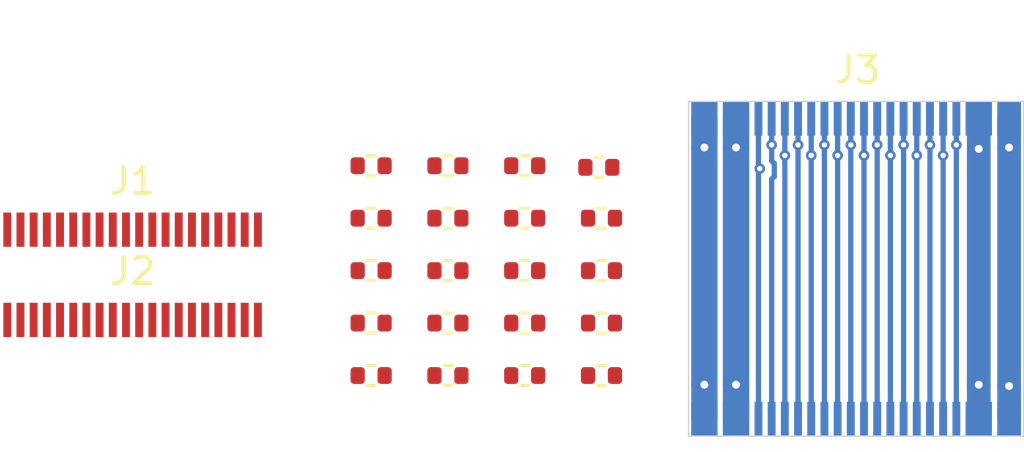
<source format=kicad_pcb>
(kicad_pcb (version 20241229) (generator "pcbnew") (generator_version "9.0")
  (layers (0 "F.Cu" signal) (4 "In1.Cu" signal) (6 "In2.Cu" signal) (2 "B.Cu" signal) (13 "F.Paste" user) (15 "B.Paste" user) (5 "F.SilkS" user "F.Silkscreen") (7 "B.SilkS" user "B.Silkscreen") (1 "F.Mask" user) (3 "B.Mask" user) (25 "Edge.Cuts" user))
  (net 0 "")
  (net 41 "GPIO_1")
  (net 42 "GND")
  (net 43 "5V0")
  (net 44 "I2C1_SCL")
  (net 45 "AUX_4")
  (net 46 "GPIO_3")
  (net 47 "SPI_SCK")
  (net 48 "SPI_MISO")
  (net 49 "GPIO_2")
  (net 50 "AUX_2")
  (net 51 "AUX_6")
  (net 52 "SPI_MOSI")
  (net 53 "GPIO_0")
  (net 54 "3V3")
  (net 55 "AUX_1")
  (net 56 "AUX_0")
  (net 57 "I2C1_SDA")
  (net 58 "AUX_3")
  (net 59 "AUX_5")
  (net 60 "SPI_CS0")
  (footprint "Library:ForgeLabs_Interconnect_WIIIIDE" (layer "F.Cu") (at 113.4 66.65)
    (property "Reference" "J3" (at 0 -2.85 180) (layer "F.SilkS"))
    (property "Value" "BOT1")
    (pad "1" smd rect (at -5.8 -1) (size 1 1.3) (layers "B.Cu" "B.Mask" "B.Paste") (net 42 "GND"))
    (pad "2" smd rect (at -4.6 -1) (size 1 1.3) (layers "B.Cu" "B.Mask" "B.Paste") (net 54 "3V3"))
    (pad "3" smd rect (at -3.75 -1) (size 0.3 1.3) (layers "B.Cu" "B.Mask" "B.Paste") (net 57 "I2C1_SDA"))
    (pad "4" smd rect (at -3.25 -1) (size 0.3 1.3) (layers "B.Cu" "B.Mask" "B.Paste") (net 44 "I2C1_SCL"))
    (pad "5" smd rect (at -2.75 -1) (size 0.3 1.3) (layers "B.Cu" "B.Mask" "B.Paste") (net 53 "GPIO_0"))
    (pad "6" smd rect (at -2.25 -1) (size 0.3 1.3) (layers "B.Cu" "B.Mask" "B.Paste") (net 41 "GPIO_1"))
    (pad "7" smd rect (at -1.75 -1) (size 0.3 1.3) (layers "B.Cu" "B.Mask" "B.Paste") (net 49 "GPIO_2"))
    (pad "8" smd rect (at -1.25 -1) (size 0.3 1.3) (layers "B.Cu" "B.Mask" "B.Paste") (net 46 "GPIO_3"))
    (pad "9" smd rect (at -0.75 -1) (size 0.3 1.3) (layers "B.Cu" "B.Mask" "B.Paste") (net 43 "5V0"))
    (pad "10" smd rect (at -0.25 -1) (size 0.3 1.3) (layers "B.Cu" "B.Mask" "B.Paste") (net 52 "SPI_MOSI"))
    (pad "11" smd rect (at 0.25 -1) (size 0.3 1.3) (layers "B.Cu" "B.Mask" "B.Paste") (net 48 "SPI_MISO"))
    (pad "12" smd rect (at 0.75 -1) (size 0.3 1.3) (layers "B.Cu" "B.Mask" "B.Paste") (net 47 "SPI_SCK"))
    (pad "13" smd rect (at 1.25 -1) (size 0.3 1.3) (layers "B.Cu" "B.Mask" "B.Paste") (net 60 "SPI_CS0"))
    (pad "14" smd rect (at 1.75 -1) (size 0.3 1.3) (layers "B.Cu" "B.Mask" "B.Paste") (net 56 "AUX_0"))
    (pad "15" smd rect (at 2.25 -1) (size 0.3 1.3) (layers "B.Cu" "B.Mask" "B.Paste") (net 55 "AUX_1"))
    (pad "16" smd rect (at 2.75 -1) (size 0.3 1.3) (layers "B.Cu" "B.Mask" "B.Paste") (net 50 "AUX_2"))
    (pad "17" smd rect (at 3.25 -1) (size 0.3 1.3) (layers "B.Cu" "B.Mask" "B.Paste") (net 58 "AUX_3"))
    (pad "18" smd rect (at 3.75 -1) (size 0.3 1.3) (layers "B.Cu" "B.Mask" "B.Paste") (net 45 "AUX_4"))
    (pad "19" smd rect (at 4.6 -1) (size 1 1.3) (layers "B.Cu" "B.Mask" "B.Paste") (net 59 "AUX_5"))
    (pad "20" smd rect (at 5.75 -1) (size 0.9 1.3) (layers "B.Cu" "B.Mask" "B.Paste") (net 51 "AUX_6"))
  )
  (footprint "Resistor_SMD:R_0402_1005Metric" (layer "F.Cu") (at 100.79 75.4)
    (property "Reference" "R15" (hide yes))
    (property "Value" "0R" (hide yes))
    (fp_line (start -0.153641 -0.38) (end 0.153641 -0.38) (stroke (width 0.12)) (layer "F.SilkS"))
    (fp_line (start -0.153641 0.38) (end 0.153641 0.38) (stroke (width 0.12)) (layer "F.SilkS"))
    (pad "1" smd roundrect (at -0.51 0) (size 0.54 0.64) (layers "F.Cu" "F.Mask" "F.Paste") (net 55 "AUX_1"))
    (pad "2" smd roundrect (at 0.51 0) (size 0.54 0.64) (layers "F.Cu" "F.Mask" "F.Paste"))
  )
  (footprint "Resistor_SMD:R_0402_1005Metric" (layer "F.Cu") (at 103.6 67.5)
    (property "Reference" "R16" (hide yes))
    (property "Value" "0R" (hide yes))
    (fp_line (start -0.153641 -0.38) (end 0.153641 -0.38) (stroke (width 0.12)) (layer "F.SilkS"))
    (fp_line (start -0.153641 0.38) (end 0.153641 0.38) (stroke (width 0.12)) (layer "F.SilkS"))
    (pad "1" smd roundrect (at -0.51 0) (size 0.54 0.64) (layers "F.Cu" "F.Mask" "F.Paste") (net 50 "AUX_2"))
    (pad "2" smd roundrect (at 0.51 0) (size 0.54 0.64) (layers "F.Cu" "F.Mask" "F.Paste"))
  )
  (footprint "Resistor_SMD:R_0402_1005Metric" (layer "F.Cu") (at 100.79 71.42)
    (property "Reference" "R13" (hide yes))
    (property "Value" "0R" (hide yes))
    (fp_line (start -0.153641 -0.38) (end 0.153641 -0.38) (stroke (width 0.12)) (layer "F.SilkS"))
    (fp_line (start -0.153641 0.38) (end 0.153641 0.38) (stroke (width 0.12)) (layer "F.SilkS"))
    (pad "1" smd roundrect (at -0.51 0) (size 0.54 0.64) (layers "F.Cu" "F.Mask" "F.Paste") (net 60 "SPI_CS0"))
    (pad "2" smd roundrect (at 0.51 0) (size 0.54 0.64) (layers "F.Cu" "F.Mask" "F.Paste"))
  )
  (footprint "Resistor_SMD:R_0402_1005Metric" (layer "F.Cu") (at 100.79 73.41)
    (property "Reference" "R14" (hide yes))
    (property "Value" "0R" (hide yes))
    (fp_line (start -0.153641 -0.38) (end 0.153641 -0.38) (stroke (width 0.12)) (layer "F.SilkS"))
    (fp_line (start -0.153641 0.38) (end 0.153641 0.38) (stroke (width 0.12)) (layer "F.SilkS"))
    (pad "1" smd roundrect (at -0.51 0) (size 0.54 0.64) (layers "F.Cu" "F.Mask" "F.Paste") (net 56 "AUX_0"))
    (pad "2" smd roundrect (at 0.51 0) (size 0.54 0.64) (layers "F.Cu" "F.Mask" "F.Paste"))
  )
  (footprint "Resistor_SMD:R_0402_1005Metric" (layer "F.Cu") (at 100.79 69.43)
    (property "Reference" "R12" (hide yes))
    (property "Value" "0R" (hide yes))
    (fp_line (start -0.153641 -0.38) (end 0.153641 -0.38) (stroke (width 0.12)) (layer "F.SilkS"))
    (fp_line (start -0.153641 0.38) (end 0.153641 0.38) (stroke (width 0.12)) (layer "F.SilkS"))
    (pad "1" smd roundrect (at -0.51 0) (size 0.54 0.64) (layers "F.Cu" "F.Mask" "F.Paste") (net 47 "SPI_SCK"))
    (pad "2" smd roundrect (at 0.51 0) (size 0.54 0.64) (layers "F.Cu" "F.Mask" "F.Paste"))
  )
  (footprint "Resistor_SMD:R_0402_1005Metric" (layer "F.Cu") (at 97.88 69.43)
    (property "Reference" "R7" (hide yes))
    (property "Value" "0R" (hide yes))
    (fp_line (start -0.153641 -0.38) (end 0.153641 -0.38) (stroke (width 0.12)) (layer "F.SilkS"))
    (fp_line (start -0.153641 0.38) (end 0.153641 0.38) (stroke (width 0.12)) (layer "F.SilkS"))
    (pad "1" smd roundrect (at -0.51 0) (size 0.54 0.64) (layers "F.Cu" "F.Mask" "F.Paste") (net 49 "GPIO_2"))
    (pad "2" smd roundrect (at 0.51 0) (size 0.54 0.64) (layers "F.Cu" "F.Mask" "F.Paste"))
  )
  (footprint "Resistor_SMD:R_0402_1005Metric" (layer "F.Cu") (at 103.7 73.41)
    (property "Reference" "R19" (hide yes))
    (property "Value" "0R" (hide yes))
    (fp_line (start -0.153641 -0.38) (end 0.153641 -0.38) (stroke (width 0.12)) (layer "F.SilkS"))
    (fp_line (start -0.153641 0.38) (end 0.153641 0.38) (stroke (width 0.12)) (layer "F.SilkS"))
    (pad "1" smd roundrect (at -0.51 0) (size 0.54 0.64) (layers "F.Cu" "F.Mask" "F.Paste") (net 59 "AUX_5"))
    (pad "2" smd roundrect (at 0.51 0) (size 0.54 0.64) (layers "F.Cu" "F.Mask" "F.Paste"))
  )
  (footprint "Resistor_SMD:R_0402_1005Metric" (layer "F.Cu") (at 103.7 69.43)
    (property "Reference" "R17" (hide yes))
    (property "Value" "0R" (hide yes))
    (fp_line (start -0.153641 -0.38) (end 0.153641 -0.38) (stroke (width 0.12)) (layer "F.SilkS"))
    (fp_line (start -0.153641 0.38) (end 0.153641 0.38) (stroke (width 0.12)) (layer "F.SilkS"))
    (pad "1" smd roundrect (at -0.51 0) (size 0.54 0.64) (layers "F.Cu" "F.Mask" "F.Paste") (net 58 "AUX_3"))
    (pad "2" smd roundrect (at 0.51 0) (size 0.54 0.64) (layers "F.Cu" "F.Mask" "F.Paste"))
  )
  (footprint "Resistor_SMD:R_0402_1005Metric" (layer "F.Cu") (at 103.7 71.42)
    (property "Reference" "R18" (hide yes))
    (property "Value" "0R" (hide yes))
    (fp_line (start -0.153641 -0.38) (end 0.153641 -0.38) (stroke (width 0.12)) (layer "F.SilkS"))
    (fp_line (start -0.153641 0.38) (end 0.153641 0.38) (stroke (width 0.12)) (layer "F.SilkS"))
    (pad "1" smd roundrect (at -0.51 0) (size 0.54 0.64) (layers "F.Cu" "F.Mask" "F.Paste") (net 45 "AUX_4"))
    (pad "2" smd roundrect (at 0.51 0) (size 0.54 0.64) (layers "F.Cu" "F.Mask" "F.Paste"))
  )
  (footprint "Resistor_SMD:R_0402_1005Metric" (layer "F.Cu") (at 97.88 67.44)
    (property "Reference" "R6" (hide yes))
    (property "Value" "0R" (hide yes))
    (fp_line (start -0.153641 -0.38) (end 0.153641 -0.38) (stroke (width 0.12)) (layer "F.SilkS"))
    (fp_line (start -0.153641 0.38) (end 0.153641 0.38) (stroke (width 0.12)) (layer "F.SilkS"))
    (pad "1" smd roundrect (at -0.51 0) (size 0.54 0.64) (layers "F.Cu" "F.Mask" "F.Paste") (net 41 "GPIO_1"))
    (pad "2" smd roundrect (at 0.51 0) (size 0.54 0.64) (layers "F.Cu" "F.Mask" "F.Paste"))
  )
  (footprint "Library:ForgeLabs_Interconnect_WIIIIDE" (layer "F.Cu") (at 113.4 78.05)
    (property "Reference" "J4" (hide yes))
    (property "Value" "BOT1" (hide yes))
    (pad "1" smd rect (at -5.8 -1) (size 1 1.3) (layers "B.Cu" "B.Mask" "B.Paste") (net 42 "GND"))
    (pad "2" smd rect (at -4.6 -1) (size 1 1.3) (layers "B.Cu" "B.Mask" "B.Paste") (net 54 "3V3"))
    (pad "3" smd rect (at -3.75 -1) (size 0.3 1.3) (layers "B.Cu" "B.Mask" "B.Paste") (net 57 "I2C1_SDA"))
    (pad "4" smd rect (at -3.25 -1) (size 0.3 1.3) (layers "B.Cu" "B.Mask" "B.Paste") (net 44 "I2C1_SCL"))
    (pad "5" smd rect (at -2.75 -1) (size 0.3 1.3) (layers "B.Cu" "B.Mask" "B.Paste") (net 53 "GPIO_0"))
    (pad "6" smd rect (at -2.25 -1) (size 0.3 1.3) (layers "B.Cu" "B.Mask" "B.Paste") (net 41 "GPIO_1"))
    (pad "7" smd rect (at -1.75 -1) (size 0.3 1.3) (layers "B.Cu" "B.Mask" "B.Paste") (net 49 "GPIO_2"))
    (pad "8" smd rect (at -1.25 -1) (size 0.3 1.3) (layers "B.Cu" "B.Mask" "B.Paste") (net 46 "GPIO_3"))
    (pad "9" smd rect (at -0.75 -1) (size 0.3 1.3) (layers "B.Cu" "B.Mask" "B.Paste") (net 43 "5V0"))
    (pad "10" smd rect (at -0.25 -1) (size 0.3 1.3) (layers "B.Cu" "B.Mask" "B.Paste") (net 52 "SPI_MOSI"))
    (pad "11" smd rect (at 0.25 -1) (size 0.3 1.3) (layers "B.Cu" "B.Mask" "B.Paste") (net 48 "SPI_MISO"))
    (pad "12" smd rect (at 0.75 -1) (size 0.3 1.3) (layers "B.Cu" "B.Mask" "B.Paste") (net 47 "SPI_SCK"))
    (pad "13" smd rect (at 1.25 -1) (size 0.3 1.3) (layers "B.Cu" "B.Mask" "B.Paste") (net 60 "SPI_CS0"))
    (pad "14" smd rect (at 1.75 -1) (size 0.3 1.3) (layers "B.Cu" "B.Mask" "B.Paste") (net 56 "AUX_0"))
    (pad "15" smd rect (at 2.25 -1) (size 0.3 1.3) (layers "B.Cu" "B.Mask" "B.Paste") (net 55 "AUX_1"))
    (pad "16" smd rect (at 2.75 -1) (size 0.3 1.3) (layers "B.Cu" "B.Mask" "B.Paste") (net 50 "AUX_2"))
    (pad "17" smd rect (at 3.25 -1) (size 0.3 1.3) (layers "B.Cu" "B.Mask" "B.Paste") (net 58 "AUX_3"))
    (pad "18" smd rect (at 3.75 -1) (size 0.3 1.3) (layers "B.Cu" "B.Mask" "B.Paste") (net 45 "AUX_4"))
    (pad "19" smd rect (at 4.6 -1) (size 1 1.3) (layers "B.Cu" "B.Mask" "B.Paste") (net 59 "AUX_5"))
    (pad "20" smd rect (at 5.75 -1) (size 0.9 1.3) (layers "B.Cu" "B.Mask" "B.Paste") (net 51 "AUX_6"))
  )
  (footprint "Resistor_SMD:R_0402_1005Metric" (layer "F.Cu") (at 97.88 71.42)
    (property "Reference" "R8" (hide yes))
    (property "Value" "0R" (hide yes))
    (fp_line (start -0.153641 -0.38) (end 0.153641 -0.38) (stroke (width 0.12)) (layer "F.SilkS"))
    (fp_line (start -0.153641 0.38) (end 0.153641 0.38) (stroke (width 0.12)) (layer "F.SilkS"))
    (pad "1" smd roundrect (at -0.51 0) (size 0.54 0.64) (layers "F.Cu" "F.Mask" "F.Paste") (net 46 "GPIO_3"))
    (pad "2" smd roundrect (at 0.51 0) (size 0.54 0.64) (layers "F.Cu" "F.Mask" "F.Paste"))
  )
  (footprint "Library:ForgeLabs_Interconnect_TOP" (layer "F.Cu") (at 85.928 70.866)
    (property "Reference" "J1" (at 0 -2.85 180) (layer "F.SilkS"))
    (property "Value" "TOP1")
    (pad "1" smd rect (at -4.75 -1) (size 0.3 1.3) (layers "F.Cu" "F.Mask" "F.Paste"))
    (pad "2" smd rect (at -4.25 -1) (size 0.3 1.3) (layers "F.Cu" "F.Mask" "F.Paste"))
    (pad "3" smd rect (at -3.75 -1) (size 0.3 1.3) (layers "F.Cu" "F.Mask" "F.Paste"))
    (pad "4" smd rect (at -3.25 -1) (size 0.3 1.3) (layers "F.Cu" "F.Mask" "F.Paste"))
    (pad "5" smd rect (at -2.75 -1) (size 0.3 1.3) (layers "F.Cu" "F.Mask" "F.Paste"))
    (pad "6" smd rect (at -2.25 -1) (size 0.3 1.3) (layers "F.Cu" "F.Mask" "F.Paste"))
    (pad "7" smd rect (at -1.75 -1) (size 0.3 1.3) (layers "F.Cu" "F.Mask" "F.Paste"))
    (pad "8" smd rect (at -1.25 -1) (size 0.3 1.3) (layers "F.Cu" "F.Mask" "F.Paste"))
    (pad "9" smd rect (at -0.75 -1) (size 0.3 1.3) (layers "F.Cu" "F.Mask" "F.Paste"))
    (pad "10" smd rect (at -0.25 -1) (size 0.3 1.3) (layers "F.Cu" "F.Mask" "F.Paste"))
    (pad "11" smd rect (at 0.25 -1) (size 0.3 1.3) (layers "F.Cu" "F.Mask" "F.Paste"))
    (pad "12" smd rect (at 0.75 -1) (size 0.3 1.3) (layers "F.Cu" "F.Mask" "F.Paste"))
    (pad "13" smd rect (at 1.25 -1) (size 0.3 1.3) (layers "F.Cu" "F.Mask" "F.Paste"))
    (pad "14" smd rect (at 1.75 -1) (size 0.3 1.3) (layers "F.Cu" "F.Mask" "F.Paste"))
    (pad "15" smd rect (at 2.25 -1) (size 0.3 1.3) (layers "F.Cu" "F.Mask" "F.Paste"))
    (pad "16" smd rect (at 2.75 -1) (size 0.3 1.3) (layers "F.Cu" "F.Mask" "F.Paste"))
    (pad "17" smd rect (at 3.25 -1) (size 0.3 1.3) (layers "F.Cu" "F.Mask" "F.Paste"))
    (pad "18" smd rect (at 3.75 -1) (size 0.3 1.3) (layers "F.Cu" "F.Mask" "F.Paste"))
    (pad "19" smd rect (at 4.25 -1) (size 0.3 1.3) (layers "F.Cu" "F.Mask" "F.Paste"))
    (pad "20" smd rect (at 4.75 -1) (size 0.3 1.3) (layers "F.Cu" "F.Mask" "F.Paste"))
  )
  (footprint "Resistor_SMD:R_0402_1005Metric" (layer "F.Cu") (at 97.88 73.41)
    (property "Reference" "R9" (hide yes))
    (property "Value" "0R" (hide yes))
    (fp_line (start -0.153641 -0.38) (end 0.153641 -0.38) (stroke (width 0.12)) (layer "F.SilkS"))
    (fp_line (start -0.153641 0.38) (end 0.153641 0.38) (stroke (width 0.12)) (layer "F.SilkS"))
    (pad "1" smd roundrect (at -0.51 0) (size 0.54 0.64) (layers "F.Cu" "F.Mask" "F.Paste") (net 43 "5V0"))
    (pad "2" smd roundrect (at 0.51 0) (size 0.54 0.64) (layers "F.Cu" "F.Mask" "F.Paste"))
  )
  (footprint "Resistor_SMD:R_0402_1005Metric" (layer "F.Cu") (at 100.79 67.44)
    (property "Reference" "R11" (hide yes))
    (property "Value" "0R" (hide yes))
    (fp_line (start -0.153641 -0.38) (end 0.153641 -0.38) (stroke (width 0.12)) (layer "F.SilkS"))
    (fp_line (start -0.153641 0.38) (end 0.153641 0.38) (stroke (width 0.12)) (layer "F.SilkS"))
    (pad "1" smd roundrect (at -0.51 0) (size 0.54 0.64) (layers "F.Cu" "F.Mask" "F.Paste") (net 48 "SPI_MISO"))
    (pad "2" smd roundrect (at 0.51 0) (size 0.54 0.64) (layers "F.Cu" "F.Mask" "F.Paste"))
  )
  (footprint "Resistor_SMD:R_0402_1005Metric" (layer "F.Cu") (at 97.88 75.4)
    (property "Reference" "R10" (hide yes))
    (property "Value" "0R" (hide yes))
    (fp_line (start -0.153641 -0.38) (end 0.153641 -0.38) (stroke (width 0.12)) (layer "F.SilkS"))
    (fp_line (start -0.153641 0.38) (end 0.153641 0.38) (stroke (width 0.12)) (layer "F.SilkS"))
    (pad "1" smd roundrect (at -0.51 0) (size 0.54 0.64) (layers "F.Cu" "F.Mask" "F.Paste") (net 52 "SPI_MOSI"))
    (pad "2" smd roundrect (at 0.51 0) (size 0.54 0.64) (layers "F.Cu" "F.Mask" "F.Paste"))
  )
  (footprint "Library:ForgeLabs_Interconnect_TOP" (layer "F.Cu") (at 85.928 74.291)
    (property "Reference" "J2" (at 0 -2.85 180) (layer "F.SilkS"))
    (property "Value" "TOP2")
    (pad "1" smd rect (at -4.75 -1) (size 0.3 1.3) (layers "F.Cu" "F.Mask" "F.Paste"))
    (pad "2" smd rect (at -4.25 -1) (size 0.3 1.3) (layers "F.Cu" "F.Mask" "F.Paste"))
    (pad "3" smd rect (at -3.75 -1) (size 0.3 1.3) (layers "F.Cu" "F.Mask" "F.Paste"))
    (pad "4" smd rect (at -3.25 -1) (size 0.3 1.3) (layers "F.Cu" "F.Mask" "F.Paste"))
    (pad "5" smd rect (at -2.75 -1) (size 0.3 1.3) (layers "F.Cu" "F.Mask" "F.Paste"))
    (pad "6" smd rect (at -2.25 -1) (size 0.3 1.3) (layers "F.Cu" "F.Mask" "F.Paste"))
    (pad "7" smd rect (at -1.75 -1) (size 0.3 1.3) (layers "F.Cu" "F.Mask" "F.Paste"))
    (pad "8" smd rect (at -1.25 -1) (size 0.3 1.3) (layers "F.Cu" "F.Mask" "F.Paste"))
    (pad "9" smd rect (at -0.75 -1) (size 0.3 1.3) (layers "F.Cu" "F.Mask" "F.Paste"))
    (pad "10" smd rect (at -0.25 -1) (size 0.3 1.3) (layers "F.Cu" "F.Mask" "F.Paste"))
    (pad "11" smd rect (at 0.25 -1) (size 0.3 1.3) (layers "F.Cu" "F.Mask" "F.Paste"))
    (pad "12" smd rect (at 0.75 -1) (size 0.3 1.3) (layers "F.Cu" "F.Mask" "F.Paste"))
    (pad "13" smd rect (at 1.25 -1) (size 0.3 1.3) (layers "F.Cu" "F.Mask" "F.Paste"))
    (pad "14" smd rect (at 1.75 -1) (size 0.3 1.3) (layers "F.Cu" "F.Mask" "F.Paste"))
    (pad "15" smd rect (at 2.25 -1) (size 0.3 1.3) (layers "F.Cu" "F.Mask" "F.Paste"))
    (pad "16" smd rect (at 2.75 -1) (size 0.3 1.3) (layers "F.Cu" "F.Mask" "F.Paste"))
    (pad "17" smd rect (at 3.25 -1) (size 0.3 1.3) (layers "F.Cu" "F.Mask" "F.Paste"))
    (pad "18" smd rect (at 3.75 -1) (size 0.3 1.3) (layers "F.Cu" "F.Mask" "F.Paste"))
    (pad "19" smd rect (at 4.25 -1) (size 0.3 1.3) (layers "F.Cu" "F.Mask" "F.Paste"))
    (pad "20" smd rect (at 4.75 -1) (size 0.3 1.3) (layers "F.Cu" "F.Mask" "F.Paste"))
  )
  (footprint "Resistor_SMD:R_0402_1005Metric" (layer "F.Cu") (at 94.97 69.43)
    (property "Reference" "R2" (hide yes))
    (property "Value" "0R" (hide yes))
    (fp_line (start -0.153641 -0.38) (end 0.153641 -0.38) (stroke (width 0.12)) (layer "F.SilkS"))
    (fp_line (start -0.153641 0.38) (end 0.153641 0.38) (stroke (width 0.12)) (layer "F.SilkS"))
    (pad "1" smd roundrect (at -0.51 0) (size 0.54 0.64) (layers "F.Cu" "F.Mask" "F.Paste") (net 54 "3V3"))
    (pad "2" smd roundrect (at 0.51 0) (size 0.54 0.64) (layers "F.Cu" "F.Mask" "F.Paste"))
  )
  (footprint "Resistor_SMD:R_0402_1005Metric" (layer "F.Cu") (at 103.7 75.4)
    (property "Reference" "R20" (hide yes))
    (property "Value" "0R" (hide yes))
    (fp_line (start -0.153641 -0.38) (end 0.153641 -0.38) (stroke (width 0.12)) (layer "F.SilkS"))
    (fp_line (start -0.153641 0.38) (end 0.153641 0.38) (stroke (width 0.12)) (layer "F.SilkS"))
    (pad "1" smd roundrect (at -0.51 0) (size 0.54 0.64) (layers "F.Cu" "F.Mask" "F.Paste") (net 51 "AUX_6"))
    (pad "2" smd roundrect (at 0.51 0) (size 0.54 0.64) (layers "F.Cu" "F.Mask" "F.Paste"))
  )
  (footprint "Resistor_SMD:R_0402_1005Metric" (layer "F.Cu") (at 94.97 67.44)
    (property "Reference" "R1" (hide yes))
    (property "Value" "0R" (hide yes))
    (fp_line (start -0.153641 -0.38) (end 0.153641 -0.38) (stroke (width 0.12)) (layer "F.SilkS"))
    (fp_line (start -0.153641 0.38) (end 0.153641 0.38) (stroke (width 0.12)) (layer "F.SilkS"))
    (pad "1" smd roundrect (at -0.51 0) (size 0.54 0.64) (layers "F.Cu" "F.Mask" "F.Paste") (net 42 "GND"))
    (pad "2" smd roundrect (at 0.51 0) (size 0.54 0.64) (layers "F.Cu" "F.Mask" "F.Paste"))
  )
  (footprint "Resistor_SMD:R_0402_1005Metric" (layer "F.Cu") (at 94.97 71.42)
    (property "Reference" "R3" (hide yes))
    (property "Value" "0R" (hide yes))
    (fp_line (start -0.153641 -0.38) (end 0.153641 -0.38) (stroke (width 0.12)) (layer "F.SilkS"))
    (fp_line (start -0.153641 0.38) (end 0.153641 0.38) (stroke (width 0.12)) (layer "F.SilkS"))
    (pad "1" smd roundrect (at -0.51 0) (size 0.54 0.64) (layers "F.Cu" "F.Mask" "F.Paste") (net 57 "I2C1_SDA"))
    (pad "2" smd roundrect (at 0.51 0) (size 0.54 0.64) (layers "F.Cu" "F.Mask" "F.Paste"))
  )
  (footprint "Resistor_SMD:R_0402_1005Metric" (layer "F.Cu") (at 94.97 73.41)
    (property "Reference" "R4" (hide yes))
    (property "Value" "0R" (hide yes))
    (fp_line (start -0.153641 -0.38) (end 0.153641 -0.38) (stroke (width 0.12)) (layer "F.SilkS"))
    (fp_line (start -0.153641 0.38) (end 0.153641 0.38) (stroke (width 0.12)) (layer "F.SilkS"))
    (pad "1" smd roundrect (at -0.51 0) (size 0.54 0.64) (layers "F.Cu" "F.Mask" "F.Paste") (net 44 "I2C1_SCL"))
    (pad "2" smd roundrect (at 0.51 0) (size 0.54 0.64) (layers "F.Cu" "F.Mask" "F.Paste"))
  )
  (footprint "Resistor_SMD:R_0402_1005Metric" (layer "F.Cu") (at 94.97 75.4)
    (property "Reference" "R5" (hide yes))
    (property "Value" "0R" (hide yes))
    (fp_line (start -0.153641 -0.38) (end 0.153641 -0.38) (stroke (width 0.12)) (layer "F.SilkS"))
    (fp_line (start -0.153641 0.38) (end 0.153641 0.38) (stroke (width 0.12)) (layer "F.SilkS"))
    (pad "1" smd roundrect (at -0.51 0) (size 0.54 0.64) (layers "F.Cu" "F.Mask" "F.Paste") (net 53 "GPIO_0"))
    (pad "2" smd roundrect (at 0.51 0) (size 0.54 0.64) (layers "F.Cu" "F.Mask" "F.Paste"))
  )
  (gr_line (start 107 65) (end 119.7 65) (stroke (width 0.05)) (layer "Edge.Cuts"))
  (gr_line (start 119.7 65) (end 119.7 77.7) (stroke (width 0.05)) (layer "Edge.Cuts"))
  (gr_line (start 107 77.7) (end 107 65) (stroke (width 0.05)) (layer "Edge.Cuts"))
  (gr_line (start 119.7 77.7) (end 107 77.7) (stroke (width 0.05)) (layer "Edge.Cuts"))
  (via (at 111.15 66.65) (size 0.4) (drill 0.2) (layers "F.Cu" "B.Cu") (net 41))
  (segment (start 111.15 66.65) (end 111.15 65.65) (width 0.2) (layer "B.Cu") (net 41))
  (segment (start 111.15 77.05) (end 111.15 66.65) (width 0.2) (layer "B.Cu") (net 41))
  (via (at 107.6 66.75) (size 0.6) (drill 0.3) (layers "F.Cu" "B.Cu") (net 42))
  (via (at 107.6 75.75) (size 0.6) (drill 0.3) (layers "F.Cu" "B.Cu") (net 42))
  (segment (start 107.6 66.75) (end 107.6 75.75) (width 1) (layer "B.Cu") (net 42))
  (segment (start 107.6 75.75) (end 107.6 77.05) (width 1) (layer "B.Cu") (net 42))
  (segment (start 107.6 65.65) (end 107.6 66.75) (width 1) (layer "B.Cu") (net 42))
  (via (at 112.65 67.05) (size 0.4) (drill 0.2) (layers "F.Cu" "B.Cu") (net 43))
  (segment (start 112.65 77.05) (end 112.65 67.05) (width 0.2) (layer "B.Cu") (net 43))
  (segment (start 112.65 67.05) (end 112.65 65.65) (width 0.2) (layer "B.Cu") (net 43))
  (via (at 110.15 66.65) (size 0.4) (drill 0.2) (layers "F.Cu" "B.Cu") (net 44))
  (segment (start 110.15 66.65) (end 110.15 65.65) (width 0.2) (layer "B.Cu") (net 44))
  (segment (start 110.15 77.05) (end 110.15 76.75) (width 0.2) (layer "B.Cu") (net 44))
  (segment (start 110.15 67.257107) (end 110.25 67.357107) (width 0.2) (layer "B.Cu") (net 44))
  (segment (start 110.15 66.65) (end 110.15 67.257107) (width 0.2) (layer "B.Cu") (net 44))
  (segment (start 110.25 67.85) (end 110.15 67.95) (width 0.2) (layer "B.Cu") (net 44))
  (segment (start 110.15 76.75) (end 110.1 76.7) (width 0.2) (layer "B.Cu") (net 44))
  (segment (start 110.25 67.357107) (end 110.25 67.85) (width 0.2) (layer "B.Cu") (net 44))
  (segment (start 110.15 67.95) (end 110.15 77.05) (width 0.2) (layer "B.Cu") (net 44))
  (via (at 117.15 66.65) (size 0.4) (drill 0.2) (layers "F.Cu" "B.Cu") (net 45))
  (segment (start 117.15 65.65) (end 117.15 66.65) (width 0.2) (layer "B.Cu") (net 45))
  (segment (start 117.15 66.65) (end 117.15 77.05) (width 0.2) (layer "B.Cu") (net 45))
  (via (at 112.15 66.65) (size 0.4) (drill 0.2) (layers "F.Cu" "B.Cu") (net 46))
  (segment (start 112.15 77.05) (end 112.15 66.65) (width 0.2) (layer "B.Cu") (net 46))
  (segment (start 112.15 66.65) (end 112.15 65.65) (width 0.2) (layer "B.Cu") (net 46))
  (via (at 114.15 66.65) (size 0.4) (drill 0.2) (layers "F.Cu" "B.Cu") (net 47))
  (segment (start 114.15 65.65) (end 114.15 66.65) (width 0.2) (layer "B.Cu") (net 47))
  (segment (start 114.15 66.65) (end 114.15 77.05) (width 0.2) (layer "B.Cu") (net 47))
  (via (at 113.65 67.05) (size 0.4) (drill 0.2) (layers "F.Cu" "B.Cu") (net 48))
  (segment (start 113.65 67.05) (end 113.65 65.65) (width 0.2) (layer "B.Cu") (net 48))
  (segment (start 113.65 77.05) (end 113.65 67.05) (width 0.2) (layer "B.Cu") (net 48))
  (via (at 111.65 67.05) (size 0.4) (drill 0.2) (layers "F.Cu" "B.Cu") (net 49))
  (via (at 111.65 67.05) (size 0.4) (drill 0.2) (layers "F.Cu" "B.Cu") (net 49))
  (segment (start 111.65 65.65) (end 111.65 67.05) (width 0.2) (layer "B.Cu") (net 49))
  (segment (start 111.65 67.05) (end 111.65 77.05) (width 0.2) (layer "B.Cu") (net 49))
  (via (at 116.15 66.65) (size 0.4) (drill 0.2) (layers "F.Cu" "B.Cu") (net 50))
  (segment (start 116.15 65.65) (end 116.15 66.65) (width 0.2) (layer "B.Cu") (net 50))
  (segment (start 116.15 66.65) (end 116.15 77.05) (width 0.2) (layer "B.Cu") (net 50))
  (via (at 119.15 66.75) (size 0.6) (drill 0.3) (layers "F.Cu" "B.Cu") (net 51))
  (via (at 119.15 75.8) (size 0.6) (drill 0.3) (layers "F.Cu" "B.Cu") (net 51))
  (segment (start 119.15 77.05) (end 119.15 75.8) (width 0.9) (layer "B.Cu") (net 51))
  (segment (start 119.15 75.8) (end 119.15 66.75) (width 0.9) (layer "B.Cu") (net 51))
  (segment (start 119.15 66.75) (end 119.15 65.65) (width 0.9) (layer "B.Cu") (net 51))
  (via (at 113.15 66.65) (size 0.4) (drill 0.2) (layers "F.Cu" "B.Cu") (net 52))
  (segment (start 113.15 66.65) (end 113.15 77.05) (width 0.2) (layer "B.Cu") (net 52))
  (segment (start 113.15 65.65) (end 113.15 66.65) (width 0.2) (layer "B.Cu") (net 52))
  (via (at 110.65 67.05) (size 0.4) (drill 0.2) (layers "F.Cu" "B.Cu") (net 53))
  (segment (start 110.65 65.65) (end 110.65 67.05) (width 0.2) (layer "B.Cu") (net 53))
  (segment (start 110.65 67.05) (end 110.65 77.05) (width 0.2) (layer "B.Cu") (net 53))
  (via (at 108.8 66.75) (size 0.6) (drill 0.3) (layers "F.Cu" "B.Cu") (net 54))
  (via (at 108.8 75.75) (size 0.6) (drill 0.3) (layers "F.Cu" "B.Cu") (net 54))
  (segment (start 108.8 75.75) (end 108.8 77.05) (width 1) (layer "B.Cu") (net 54))
  (segment (start 108.8 66.75) (end 108.8 75.75) (width 1) (layer "B.Cu") (net 54))
  (segment (start 108.8 65.65) (end 108.8 66.75) (width 1) (layer "B.Cu") (net 54))
  (via (at 115.65 67.05) (size 0.4) (drill 0.2) (layers "F.Cu" "B.Cu") (net 55))
  (segment (start 115.65 67.05) (end 115.65 65.65) (width 0.2) (layer "B.Cu") (net 55))
  (segment (start 115.65 77.05) (end 115.65 67.05) (width 0.2) (layer "B.Cu") (net 55))
  (via (at 115.15 66.65) (size 0.4) (drill 0.2) (layers "F.Cu" "B.Cu") (net 56))
  (segment (start 115.15 66.65) (end 115.15 77.05) (width 0.2) (layer "B.Cu") (net 56))
  (segment (start 115.15 65.65) (end 115.15 66.65) (width 0.2) (layer "B.Cu") (net 56))
  (via (at 109.7 67.55) (size 0.4) (drill 0.2) (layers "F.Cu" "B.Cu") (net 57))
  (segment (start 109.65 67.5) (end 109.7 67.55) (width 0.2) (layer "B.Cu") (net 57))
  (segment (start 109.65 77.05) (end 109.65 67.6) (width 0.2) (layer "B.Cu") (net 57))
  (segment (start 109.65 65.65) (end 109.65 67.5) (width 0.2) (layer "B.Cu") (net 57))
  (segment (start 109.65 67.6) (end 109.7 67.55) (width 0.2) (layer "B.Cu") (net 57))
  (via (at 116.65 67.05) (size 0.4) (drill 0.2) (layers "F.Cu" "B.Cu") (net 58))
  (segment (start 116.65 67.05) (end 116.65 65.65) (width 0.2) (layer "B.Cu") (net 58))
  (segment (start 116.65 77.05) (end 116.65 67.05) (width 0.2) (layer "B.Cu") (net 58))
  (via (at 118 66.8) (size 0.6) (drill 0.3) (layers "F.Cu" "B.Cu") (net 59))
  (via (at 118 75.75) (size 0.6) (drill 0.3) (layers "F.Cu" "B.Cu") (net 59))
  (segment (start 118 65.65) (end 118 66.8) (width 0.9) (layer "B.Cu") (net 59))
  (segment (start 118 66.8) (end 118 75.75) (width 0.9) (layer "B.Cu") (net 59))
  (segment (start 118 75.75) (end 118 77.05) (width 0.9) (layer "B.Cu") (net 59))
  (via (at 114.65 67.05) (size 0.4) (drill 0.2) (layers "F.Cu" "B.Cu") (net 60))
  (segment (start 114.65 77.05) (end 114.65 67.05) (width 0.2) (layer "B.Cu") (net 60))
  (segment (start 114.65 67.05) (end 114.65 65.65) (width 0.2) (layer "B.Cu") (net 60))
)
</source>
